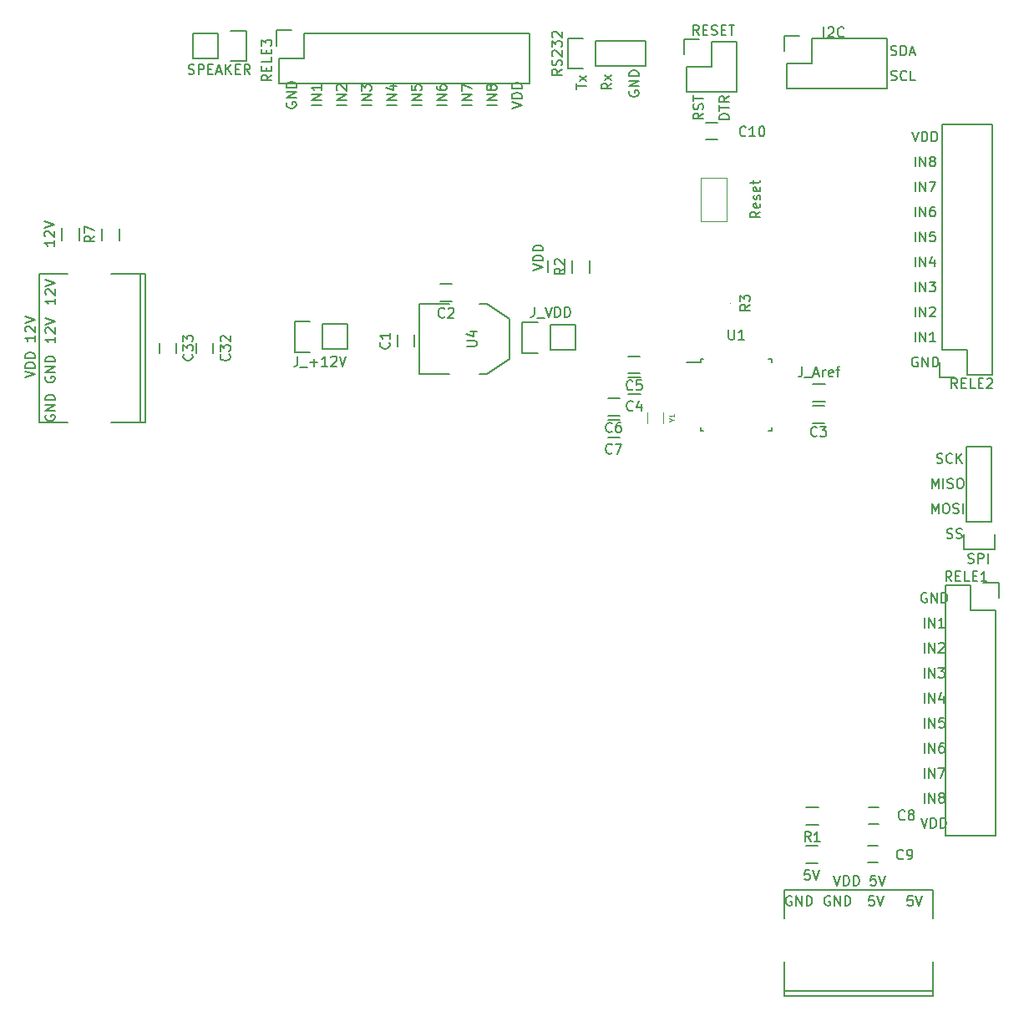
<source format=gbr>
G04 #@! TF.FileFunction,Legend,Top*
%FSLAX46Y46*%
G04 Gerber Fmt 4.6, Leading zero omitted, Abs format (unit mm)*
G04 Created by KiCad (PCBNEW 4.0.6) date 10/03/17 06:58:34*
%MOMM*%
%LPD*%
G01*
G04 APERTURE LIST*
%ADD10C,0.100000*%
%ADD11C,0.150000*%
%ADD12C,0.120000*%
G04 APERTURE END LIST*
D10*
D11*
X122806000Y-50704000D02*
X119758000Y-50704000D01*
X119758000Y-50704000D02*
X119758000Y-57816000D01*
X119758000Y-57816000D02*
X122806000Y-57816000D01*
X125854000Y-50704000D02*
X126616000Y-50704000D01*
X126616000Y-50704000D02*
X128902000Y-52228000D01*
X128902000Y-52228000D02*
X128902000Y-56292000D01*
X128902000Y-56292000D02*
X126616000Y-57816000D01*
X126616000Y-57816000D02*
X125854000Y-57816000D01*
X98850000Y-55690000D02*
X98850000Y-54690000D01*
X97150000Y-54690000D02*
X97150000Y-55690000D01*
X95070000Y-55670000D02*
X95070000Y-54670000D01*
X93370000Y-54670000D02*
X93370000Y-55670000D01*
X83505000Y-44240000D02*
X83505000Y-43040000D01*
X85255000Y-43040000D02*
X85255000Y-44240000D01*
X89325000Y-43050000D02*
X89325000Y-44250000D01*
X87575000Y-44250000D02*
X87575000Y-43050000D01*
X148215000Y-56295000D02*
X148215000Y-56620000D01*
X155465000Y-56295000D02*
X155465000Y-56620000D01*
X155465000Y-63545000D02*
X155465000Y-63220000D01*
X148215000Y-63545000D02*
X148215000Y-63220000D01*
X148215000Y-56295000D02*
X148540000Y-56295000D01*
X148215000Y-63545000D02*
X148540000Y-63545000D01*
X155465000Y-63545000D02*
X155140000Y-63545000D01*
X155465000Y-56295000D02*
X155140000Y-56295000D01*
X148215000Y-56620000D02*
X146790000Y-56620000D01*
X119255000Y-53860000D02*
X119255000Y-55060000D01*
X117505000Y-55060000D02*
X117505000Y-53860000D01*
X121850000Y-48685000D02*
X123050000Y-48685000D01*
X123050000Y-50435000D02*
X121850000Y-50435000D01*
X160090000Y-107445000D02*
X158890000Y-107445000D01*
X158890000Y-105695000D02*
X160090000Y-105695000D01*
X158960000Y-101805000D02*
X160160000Y-101805000D01*
X160160000Y-103555000D02*
X158960000Y-103555000D01*
X160810000Y-62815000D02*
X159610000Y-62815000D01*
X159610000Y-61065000D02*
X160810000Y-61065000D01*
X140930000Y-58135000D02*
X142130000Y-58135000D01*
X142130000Y-59885000D02*
X140930000Y-59885000D01*
X140910000Y-56025000D02*
X142110000Y-56025000D01*
X142110000Y-57775000D02*
X140910000Y-57775000D01*
X107100000Y-55580000D02*
X108650000Y-55580000D01*
X112460000Y-55300000D02*
X109920000Y-55300000D01*
X109920000Y-55300000D02*
X109920000Y-52760000D01*
X108650000Y-52480000D02*
X107100000Y-52480000D01*
X107100000Y-52480000D02*
X107100000Y-55580000D01*
X109920000Y-52760000D02*
X112460000Y-52760000D01*
X112460000Y-52760000D02*
X112460000Y-55300000D01*
X130180000Y-55680000D02*
X131730000Y-55680000D01*
X135540000Y-55400000D02*
X133000000Y-55400000D01*
X133000000Y-55400000D02*
X133000000Y-52860000D01*
X131730000Y-52580000D02*
X130180000Y-52580000D01*
X130180000Y-52580000D02*
X130180000Y-55680000D01*
X133000000Y-52860000D02*
X135540000Y-52860000D01*
X135540000Y-52860000D02*
X135540000Y-55400000D01*
X138820000Y-60305000D02*
X140020000Y-60305000D01*
X140020000Y-62055000D02*
X138820000Y-62055000D01*
X138820000Y-62485000D02*
X140020000Y-62485000D01*
X140020000Y-64235000D02*
X138820000Y-64235000D01*
X132735000Y-47510000D02*
X132735000Y-46310000D01*
X134485000Y-46310000D02*
X134485000Y-47510000D01*
X136955000Y-46350000D02*
X136955000Y-47550000D01*
X135205000Y-47550000D02*
X135205000Y-46350000D01*
X177800000Y-32510000D02*
X177800000Y-57910000D01*
X172720000Y-55370000D02*
X172720000Y-32510000D01*
X177800000Y-32510000D02*
X172720000Y-32510000D01*
X177800000Y-57910000D02*
X175260000Y-57910000D01*
X172440000Y-56640000D02*
X172440000Y-58190000D01*
X175260000Y-57910000D02*
X175260000Y-55370000D01*
X175260000Y-55370000D02*
X172720000Y-55370000D01*
X172440000Y-58190000D02*
X173990000Y-58190000D01*
X173100000Y-104670000D02*
X173100000Y-79270000D01*
X178180000Y-81810000D02*
X178180000Y-104670000D01*
X173100000Y-104670000D02*
X178180000Y-104670000D01*
X173100000Y-79270000D02*
X175640000Y-79270000D01*
X178460000Y-80540000D02*
X178460000Y-78990000D01*
X175640000Y-79270000D02*
X175640000Y-81810000D01*
X175640000Y-81810000D02*
X178180000Y-81810000D01*
X178460000Y-78990000D02*
X176910000Y-78990000D01*
X130920000Y-28340000D02*
X105520000Y-28340000D01*
X108060000Y-23260000D02*
X130920000Y-23260000D01*
X130920000Y-28340000D02*
X130920000Y-23260000D01*
X105520000Y-28340000D02*
X105520000Y-25800000D01*
X106790000Y-22980000D02*
X105240000Y-22980000D01*
X105520000Y-25800000D02*
X108060000Y-25800000D01*
X108060000Y-25800000D02*
X108060000Y-23260000D01*
X105240000Y-22980000D02*
X105240000Y-24530000D01*
X175200000Y-72780000D02*
X175200000Y-65160000D01*
X177740000Y-72780000D02*
X177740000Y-65160000D01*
X178020000Y-75600000D02*
X178020000Y-74050000D01*
X175200000Y-65160000D02*
X177740000Y-65160000D01*
X177740000Y-72780000D02*
X175200000Y-72780000D01*
X174920000Y-74050000D02*
X174920000Y-75600000D01*
X174920000Y-75600000D02*
X178020000Y-75600000D01*
X159510000Y-23800000D02*
X167130000Y-23800000D01*
X167130000Y-23800000D02*
X167130000Y-28880000D01*
X167130000Y-28880000D02*
X156970000Y-28880000D01*
X156970000Y-28880000D02*
X156970000Y-26340000D01*
X158240000Y-23520000D02*
X156690000Y-23520000D01*
X156970000Y-26340000D02*
X159510000Y-26340000D01*
X159510000Y-26340000D02*
X159510000Y-23800000D01*
X156690000Y-23520000D02*
X156690000Y-25070000D01*
D12*
X144420000Y-61740000D02*
X144420000Y-62840000D01*
X142820000Y-61740000D02*
X142820000Y-62840000D01*
D10*
X151200000Y-50620000D02*
X151200000Y-50620000D01*
X151200000Y-50620000D02*
X151200000Y-50620000D01*
D12*
X150880000Y-42320000D02*
X150880000Y-37920000D01*
X150880000Y-42320000D02*
X148280000Y-42320000D01*
X148280000Y-37920000D02*
X150880000Y-37920000D01*
X148280000Y-42320000D02*
X148280000Y-37920000D01*
D11*
X91420320Y-62751260D02*
X91968960Y-62751260D01*
X91968960Y-62751260D02*
X91968960Y-47668740D01*
X91968960Y-47668740D02*
X91420320Y-47668740D01*
X84120360Y-47668740D02*
X81219680Y-47668740D01*
X81219680Y-47668740D02*
X81219680Y-58771080D01*
X88519640Y-62751260D02*
X91420320Y-62751260D01*
X91420320Y-62751260D02*
X91420320Y-47668740D01*
X91420320Y-47668740D02*
X88519640Y-47668740D01*
X81219680Y-58771080D02*
X81219680Y-61151060D01*
X81219680Y-61151060D02*
X81219680Y-62751260D01*
X81219680Y-62751260D02*
X84120360Y-62751260D01*
X156708740Y-120350320D02*
X156708740Y-120898960D01*
X156708740Y-120898960D02*
X171791260Y-120898960D01*
X171791260Y-120898960D02*
X171791260Y-120350320D01*
X171791260Y-113050360D02*
X171791260Y-110149680D01*
X171791260Y-110149680D02*
X160688920Y-110149680D01*
X156708740Y-117449640D02*
X156708740Y-120350320D01*
X156708740Y-120350320D02*
X171791260Y-120350320D01*
X171791260Y-120350320D02*
X171791260Y-117449640D01*
X160688920Y-110149680D02*
X158308940Y-110149680D01*
X158308940Y-110149680D02*
X156708740Y-110149680D01*
X156708740Y-110149680D02*
X156708740Y-113050360D01*
X137620000Y-26580000D02*
X142700000Y-26580000D01*
X142700000Y-26580000D02*
X142700000Y-24040000D01*
X142700000Y-24040000D02*
X137620000Y-24040000D01*
X134800000Y-23760000D02*
X136350000Y-23760000D01*
X137620000Y-24040000D02*
X137620000Y-26580000D01*
X136350000Y-26860000D02*
X134800000Y-26860000D01*
X134800000Y-26860000D02*
X134800000Y-23760000D01*
X102180000Y-22990000D02*
X100630000Y-22990000D01*
X96820000Y-23270000D02*
X99360000Y-23270000D01*
X99360000Y-23270000D02*
X99360000Y-25810000D01*
X100630000Y-26090000D02*
X102180000Y-26090000D01*
X102180000Y-26090000D02*
X102180000Y-22990000D01*
X99360000Y-25810000D02*
X96820000Y-25810000D01*
X96820000Y-25810000D02*
X96820000Y-23270000D01*
X165270000Y-103490000D02*
X166270000Y-103490000D01*
X166270000Y-101790000D02*
X165270000Y-101790000D01*
X165200000Y-107340000D02*
X166200000Y-107340000D01*
X166200000Y-105640000D02*
X165200000Y-105640000D01*
X148790000Y-32315000D02*
X149990000Y-32315000D01*
X149990000Y-34065000D02*
X148790000Y-34065000D01*
X146530000Y-23850000D02*
X146530000Y-25400000D01*
X148080000Y-23850000D02*
X146530000Y-23850000D01*
X148080000Y-23850000D02*
X146530000Y-23850000D01*
X149350000Y-24130000D02*
X149350000Y-26670000D01*
X149350000Y-26670000D02*
X146810000Y-26670000D01*
X146810000Y-26670000D02*
X146810000Y-29210000D01*
X146810000Y-29210000D02*
X151890000Y-29210000D01*
X151890000Y-29210000D02*
X151890000Y-24130000D01*
X151890000Y-24130000D02*
X149350000Y-24130000D01*
X159630000Y-58865000D02*
X160830000Y-58865000D01*
X160830000Y-60615000D02*
X159630000Y-60615000D01*
X124544381Y-55021905D02*
X125353905Y-55021905D01*
X125449143Y-54974286D01*
X125496762Y-54926667D01*
X125544381Y-54831429D01*
X125544381Y-54640952D01*
X125496762Y-54545714D01*
X125449143Y-54498095D01*
X125353905Y-54450476D01*
X124544381Y-54450476D01*
X124877714Y-53545714D02*
X125544381Y-53545714D01*
X124496762Y-53783810D02*
X125211048Y-54021905D01*
X125211048Y-53402857D01*
X100457143Y-55832857D02*
X100504762Y-55880476D01*
X100552381Y-56023333D01*
X100552381Y-56118571D01*
X100504762Y-56261429D01*
X100409524Y-56356667D01*
X100314286Y-56404286D01*
X100123810Y-56451905D01*
X99980952Y-56451905D01*
X99790476Y-56404286D01*
X99695238Y-56356667D01*
X99600000Y-56261429D01*
X99552381Y-56118571D01*
X99552381Y-56023333D01*
X99600000Y-55880476D01*
X99647619Y-55832857D01*
X99552381Y-55499524D02*
X99552381Y-54880476D01*
X99933333Y-55213810D01*
X99933333Y-55070952D01*
X99980952Y-54975714D01*
X100028571Y-54928095D01*
X100123810Y-54880476D01*
X100361905Y-54880476D01*
X100457143Y-54928095D01*
X100504762Y-54975714D01*
X100552381Y-55070952D01*
X100552381Y-55356667D01*
X100504762Y-55451905D01*
X100457143Y-55499524D01*
X99647619Y-54499524D02*
X99600000Y-54451905D01*
X99552381Y-54356667D01*
X99552381Y-54118571D01*
X99600000Y-54023333D01*
X99647619Y-53975714D01*
X99742857Y-53928095D01*
X99838095Y-53928095D01*
X99980952Y-53975714D01*
X100552381Y-54547143D01*
X100552381Y-53928095D01*
X96677143Y-55812857D02*
X96724762Y-55860476D01*
X96772381Y-56003333D01*
X96772381Y-56098571D01*
X96724762Y-56241429D01*
X96629524Y-56336667D01*
X96534286Y-56384286D01*
X96343810Y-56431905D01*
X96200952Y-56431905D01*
X96010476Y-56384286D01*
X95915238Y-56336667D01*
X95820000Y-56241429D01*
X95772381Y-56098571D01*
X95772381Y-56003333D01*
X95820000Y-55860476D01*
X95867619Y-55812857D01*
X95772381Y-55479524D02*
X95772381Y-54860476D01*
X96153333Y-55193810D01*
X96153333Y-55050952D01*
X96200952Y-54955714D01*
X96248571Y-54908095D01*
X96343810Y-54860476D01*
X96581905Y-54860476D01*
X96677143Y-54908095D01*
X96724762Y-54955714D01*
X96772381Y-55050952D01*
X96772381Y-55336667D01*
X96724762Y-55431905D01*
X96677143Y-55479524D01*
X95772381Y-54527143D02*
X95772381Y-53908095D01*
X96153333Y-54241429D01*
X96153333Y-54098571D01*
X96200952Y-54003333D01*
X96248571Y-53955714D01*
X96343810Y-53908095D01*
X96581905Y-53908095D01*
X96677143Y-53955714D01*
X96724762Y-54003333D01*
X96772381Y-54098571D01*
X96772381Y-54384286D01*
X96724762Y-54479524D01*
X96677143Y-54527143D01*
X82732381Y-44259047D02*
X82732381Y-44830476D01*
X82732381Y-44544762D02*
X81732381Y-44544762D01*
X81875238Y-44640000D01*
X81970476Y-44735238D01*
X82018095Y-44830476D01*
X81827619Y-43878095D02*
X81780000Y-43830476D01*
X81732381Y-43735238D01*
X81732381Y-43497142D01*
X81780000Y-43401904D01*
X81827619Y-43354285D01*
X81922857Y-43306666D01*
X82018095Y-43306666D01*
X82160952Y-43354285D01*
X82732381Y-43925714D01*
X82732381Y-43306666D01*
X81732381Y-43020952D02*
X82732381Y-42687619D01*
X81732381Y-42354285D01*
X86802381Y-43816666D02*
X86326190Y-44150000D01*
X86802381Y-44388095D02*
X85802381Y-44388095D01*
X85802381Y-44007142D01*
X85850000Y-43911904D01*
X85897619Y-43864285D01*
X85992857Y-43816666D01*
X86135714Y-43816666D01*
X86230952Y-43864285D01*
X86278571Y-43911904D01*
X86326190Y-44007142D01*
X86326190Y-44388095D01*
X85802381Y-43483333D02*
X85802381Y-42816666D01*
X86802381Y-43245238D01*
X151078095Y-53322381D02*
X151078095Y-54131905D01*
X151125714Y-54227143D01*
X151173333Y-54274762D01*
X151268571Y-54322381D01*
X151459048Y-54322381D01*
X151554286Y-54274762D01*
X151601905Y-54227143D01*
X151649524Y-54131905D01*
X151649524Y-53322381D01*
X152649524Y-54322381D02*
X152078095Y-54322381D01*
X152363809Y-54322381D02*
X152363809Y-53322381D01*
X152268571Y-53465238D01*
X152173333Y-53560476D01*
X152078095Y-53608095D01*
X116637143Y-54626666D02*
X116684762Y-54674285D01*
X116732381Y-54817142D01*
X116732381Y-54912380D01*
X116684762Y-55055238D01*
X116589524Y-55150476D01*
X116494286Y-55198095D01*
X116303810Y-55245714D01*
X116160952Y-55245714D01*
X115970476Y-55198095D01*
X115875238Y-55150476D01*
X115780000Y-55055238D01*
X115732381Y-54912380D01*
X115732381Y-54817142D01*
X115780000Y-54674285D01*
X115827619Y-54626666D01*
X116732381Y-53674285D02*
X116732381Y-54245714D01*
X116732381Y-53960000D02*
X115732381Y-53960000D01*
X115875238Y-54055238D01*
X115970476Y-54150476D01*
X116018095Y-54245714D01*
X122283334Y-52017143D02*
X122235715Y-52064762D01*
X122092858Y-52112381D01*
X121997620Y-52112381D01*
X121854762Y-52064762D01*
X121759524Y-51969524D01*
X121711905Y-51874286D01*
X121664286Y-51683810D01*
X121664286Y-51540952D01*
X121711905Y-51350476D01*
X121759524Y-51255238D01*
X121854762Y-51160000D01*
X121997620Y-51112381D01*
X122092858Y-51112381D01*
X122235715Y-51160000D01*
X122283334Y-51207619D01*
X122664286Y-51207619D02*
X122711905Y-51160000D01*
X122807143Y-51112381D01*
X123045239Y-51112381D01*
X123140477Y-51160000D01*
X123188096Y-51207619D01*
X123235715Y-51302857D01*
X123235715Y-51398095D01*
X123188096Y-51540952D01*
X122616667Y-52112381D01*
X123235715Y-52112381D01*
X159299524Y-108122381D02*
X158823333Y-108122381D01*
X158775714Y-108598571D01*
X158823333Y-108550952D01*
X158918571Y-108503333D01*
X159156667Y-108503333D01*
X159251905Y-108550952D01*
X159299524Y-108598571D01*
X159347143Y-108693810D01*
X159347143Y-108931905D01*
X159299524Y-109027143D01*
X159251905Y-109074762D01*
X159156667Y-109122381D01*
X158918571Y-109122381D01*
X158823333Y-109074762D01*
X158775714Y-109027143D01*
X159632857Y-108122381D02*
X159966190Y-109122381D01*
X160299524Y-108122381D01*
X159393334Y-105232381D02*
X159060000Y-104756190D01*
X158821905Y-105232381D02*
X158821905Y-104232381D01*
X159202858Y-104232381D01*
X159298096Y-104280000D01*
X159345715Y-104327619D01*
X159393334Y-104422857D01*
X159393334Y-104565714D01*
X159345715Y-104660952D01*
X159298096Y-104708571D01*
X159202858Y-104756190D01*
X158821905Y-104756190D01*
X160345715Y-105232381D02*
X159774286Y-105232381D01*
X160060000Y-105232381D02*
X160060000Y-104232381D01*
X159964762Y-104375238D01*
X159869524Y-104470476D01*
X159774286Y-104518095D01*
X160013334Y-64057143D02*
X159965715Y-64104762D01*
X159822858Y-64152381D01*
X159727620Y-64152381D01*
X159584762Y-64104762D01*
X159489524Y-64009524D01*
X159441905Y-63914286D01*
X159394286Y-63723810D01*
X159394286Y-63580952D01*
X159441905Y-63390476D01*
X159489524Y-63295238D01*
X159584762Y-63200000D01*
X159727620Y-63152381D01*
X159822858Y-63152381D01*
X159965715Y-63200000D01*
X160013334Y-63247619D01*
X160346667Y-63152381D02*
X160965715Y-63152381D01*
X160632381Y-63533333D01*
X160775239Y-63533333D01*
X160870477Y-63580952D01*
X160918096Y-63628571D01*
X160965715Y-63723810D01*
X160965715Y-63961905D01*
X160918096Y-64057143D01*
X160870477Y-64104762D01*
X160775239Y-64152381D01*
X160489524Y-64152381D01*
X160394286Y-64104762D01*
X160346667Y-64057143D01*
X141363334Y-61467143D02*
X141315715Y-61514762D01*
X141172858Y-61562381D01*
X141077620Y-61562381D01*
X140934762Y-61514762D01*
X140839524Y-61419524D01*
X140791905Y-61324286D01*
X140744286Y-61133810D01*
X140744286Y-60990952D01*
X140791905Y-60800476D01*
X140839524Y-60705238D01*
X140934762Y-60610000D01*
X141077620Y-60562381D01*
X141172858Y-60562381D01*
X141315715Y-60610000D01*
X141363334Y-60657619D01*
X142220477Y-60895714D02*
X142220477Y-61562381D01*
X141982381Y-60514762D02*
X141744286Y-61229048D01*
X142363334Y-61229048D01*
X141343334Y-59357143D02*
X141295715Y-59404762D01*
X141152858Y-59452381D01*
X141057620Y-59452381D01*
X140914762Y-59404762D01*
X140819524Y-59309524D01*
X140771905Y-59214286D01*
X140724286Y-59023810D01*
X140724286Y-58880952D01*
X140771905Y-58690476D01*
X140819524Y-58595238D01*
X140914762Y-58500000D01*
X141057620Y-58452381D01*
X141152858Y-58452381D01*
X141295715Y-58500000D01*
X141343334Y-58547619D01*
X142248096Y-58452381D02*
X141771905Y-58452381D01*
X141724286Y-58928571D01*
X141771905Y-58880952D01*
X141867143Y-58833333D01*
X142105239Y-58833333D01*
X142200477Y-58880952D01*
X142248096Y-58928571D01*
X142295715Y-59023810D01*
X142295715Y-59261905D01*
X142248096Y-59357143D01*
X142200477Y-59404762D01*
X142105239Y-59452381D01*
X141867143Y-59452381D01*
X141771905Y-59404762D01*
X141724286Y-59357143D01*
X107401905Y-56032381D02*
X107401905Y-56746667D01*
X107354285Y-56889524D01*
X107259047Y-56984762D01*
X107116190Y-57032381D01*
X107020952Y-57032381D01*
X107640000Y-57127619D02*
X108401905Y-57127619D01*
X108640000Y-56651429D02*
X109401905Y-56651429D01*
X109020953Y-57032381D02*
X109020953Y-56270476D01*
X110401905Y-57032381D02*
X109830476Y-57032381D01*
X110116190Y-57032381D02*
X110116190Y-56032381D01*
X110020952Y-56175238D01*
X109925714Y-56270476D01*
X109830476Y-56318095D01*
X110782857Y-56127619D02*
X110830476Y-56080000D01*
X110925714Y-56032381D01*
X111163810Y-56032381D01*
X111259048Y-56080000D01*
X111306667Y-56127619D01*
X111354286Y-56222857D01*
X111354286Y-56318095D01*
X111306667Y-56460952D01*
X110735238Y-57032381D01*
X111354286Y-57032381D01*
X111640000Y-56032381D02*
X111973333Y-57032381D01*
X112306667Y-56032381D01*
X131383334Y-51042381D02*
X131383334Y-51756667D01*
X131335714Y-51899524D01*
X131240476Y-51994762D01*
X131097619Y-52042381D01*
X131002381Y-52042381D01*
X131621429Y-52137619D02*
X132383334Y-52137619D01*
X132478572Y-51042381D02*
X132811905Y-52042381D01*
X133145239Y-51042381D01*
X133478572Y-52042381D02*
X133478572Y-51042381D01*
X133716667Y-51042381D01*
X133859525Y-51090000D01*
X133954763Y-51185238D01*
X134002382Y-51280476D01*
X134050001Y-51470952D01*
X134050001Y-51613810D01*
X134002382Y-51804286D01*
X133954763Y-51899524D01*
X133859525Y-51994762D01*
X133716667Y-52042381D01*
X133478572Y-52042381D01*
X134478572Y-52042381D02*
X134478572Y-51042381D01*
X134716667Y-51042381D01*
X134859525Y-51090000D01*
X134954763Y-51185238D01*
X135002382Y-51280476D01*
X135050001Y-51470952D01*
X135050001Y-51613810D01*
X135002382Y-51804286D01*
X134954763Y-51899524D01*
X134859525Y-51994762D01*
X134716667Y-52042381D01*
X134478572Y-52042381D01*
X139253334Y-63637143D02*
X139205715Y-63684762D01*
X139062858Y-63732381D01*
X138967620Y-63732381D01*
X138824762Y-63684762D01*
X138729524Y-63589524D01*
X138681905Y-63494286D01*
X138634286Y-63303810D01*
X138634286Y-63160952D01*
X138681905Y-62970476D01*
X138729524Y-62875238D01*
X138824762Y-62780000D01*
X138967620Y-62732381D01*
X139062858Y-62732381D01*
X139205715Y-62780000D01*
X139253334Y-62827619D01*
X140110477Y-62732381D02*
X139920000Y-62732381D01*
X139824762Y-62780000D01*
X139777143Y-62827619D01*
X139681905Y-62970476D01*
X139634286Y-63160952D01*
X139634286Y-63541905D01*
X139681905Y-63637143D01*
X139729524Y-63684762D01*
X139824762Y-63732381D01*
X140015239Y-63732381D01*
X140110477Y-63684762D01*
X140158096Y-63637143D01*
X140205715Y-63541905D01*
X140205715Y-63303810D01*
X140158096Y-63208571D01*
X140110477Y-63160952D01*
X140015239Y-63113333D01*
X139824762Y-63113333D01*
X139729524Y-63160952D01*
X139681905Y-63208571D01*
X139634286Y-63303810D01*
X139253334Y-65817143D02*
X139205715Y-65864762D01*
X139062858Y-65912381D01*
X138967620Y-65912381D01*
X138824762Y-65864762D01*
X138729524Y-65769524D01*
X138681905Y-65674286D01*
X138634286Y-65483810D01*
X138634286Y-65340952D01*
X138681905Y-65150476D01*
X138729524Y-65055238D01*
X138824762Y-64960000D01*
X138967620Y-64912381D01*
X139062858Y-64912381D01*
X139205715Y-64960000D01*
X139253334Y-65007619D01*
X139586667Y-64912381D02*
X140253334Y-64912381D01*
X139824762Y-65912381D01*
X131262381Y-47333333D02*
X132262381Y-47000000D01*
X131262381Y-46666666D01*
X132262381Y-46333333D02*
X131262381Y-46333333D01*
X131262381Y-46095238D01*
X131310000Y-45952380D01*
X131405238Y-45857142D01*
X131500476Y-45809523D01*
X131690952Y-45761904D01*
X131833810Y-45761904D01*
X132024286Y-45809523D01*
X132119524Y-45857142D01*
X132214762Y-45952380D01*
X132262381Y-46095238D01*
X132262381Y-46333333D01*
X132262381Y-45333333D02*
X131262381Y-45333333D01*
X131262381Y-45095238D01*
X131310000Y-44952380D01*
X131405238Y-44857142D01*
X131500476Y-44809523D01*
X131690952Y-44761904D01*
X131833810Y-44761904D01*
X132024286Y-44809523D01*
X132119524Y-44857142D01*
X132214762Y-44952380D01*
X132262381Y-45095238D01*
X132262381Y-45333333D01*
X134432381Y-47116666D02*
X133956190Y-47450000D01*
X134432381Y-47688095D02*
X133432381Y-47688095D01*
X133432381Y-47307142D01*
X133480000Y-47211904D01*
X133527619Y-47164285D01*
X133622857Y-47116666D01*
X133765714Y-47116666D01*
X133860952Y-47164285D01*
X133908571Y-47211904D01*
X133956190Y-47307142D01*
X133956190Y-47688095D01*
X133527619Y-46735714D02*
X133480000Y-46688095D01*
X133432381Y-46592857D01*
X133432381Y-46354761D01*
X133480000Y-46259523D01*
X133527619Y-46211904D01*
X133622857Y-46164285D01*
X133718095Y-46164285D01*
X133860952Y-46211904D01*
X134432381Y-46783333D01*
X134432381Y-46164285D01*
X174266410Y-59251381D02*
X173933076Y-58775190D01*
X173694981Y-59251381D02*
X173694981Y-58251381D01*
X174075934Y-58251381D01*
X174171172Y-58299000D01*
X174218791Y-58346619D01*
X174266410Y-58441857D01*
X174266410Y-58584714D01*
X174218791Y-58679952D01*
X174171172Y-58727571D01*
X174075934Y-58775190D01*
X173694981Y-58775190D01*
X174694981Y-58727571D02*
X175028315Y-58727571D01*
X175171172Y-59251381D02*
X174694981Y-59251381D01*
X174694981Y-58251381D01*
X175171172Y-58251381D01*
X176075934Y-59251381D02*
X175599743Y-59251381D01*
X175599743Y-58251381D01*
X176409267Y-58727571D02*
X176742601Y-58727571D01*
X176885458Y-59251381D02*
X176409267Y-59251381D01*
X176409267Y-58251381D01*
X176885458Y-58251381D01*
X177266410Y-58346619D02*
X177314029Y-58299000D01*
X177409267Y-58251381D01*
X177647363Y-58251381D01*
X177742601Y-58299000D01*
X177790220Y-58346619D01*
X177837839Y-58441857D01*
X177837839Y-58537095D01*
X177790220Y-58679952D01*
X177218791Y-59251381D01*
X177837839Y-59251381D01*
X169990000Y-54552381D02*
X169990000Y-53552381D01*
X170466190Y-54552381D02*
X170466190Y-53552381D01*
X171037619Y-54552381D01*
X171037619Y-53552381D01*
X172037619Y-54552381D02*
X171466190Y-54552381D01*
X171751904Y-54552381D02*
X171751904Y-53552381D01*
X171656666Y-53695238D01*
X171561428Y-53790476D01*
X171466190Y-53838095D01*
X170228096Y-56140000D02*
X170132858Y-56092381D01*
X169990001Y-56092381D01*
X169847143Y-56140000D01*
X169751905Y-56235238D01*
X169704286Y-56330476D01*
X169656667Y-56520952D01*
X169656667Y-56663810D01*
X169704286Y-56854286D01*
X169751905Y-56949524D01*
X169847143Y-57044762D01*
X169990001Y-57092381D01*
X170085239Y-57092381D01*
X170228096Y-57044762D01*
X170275715Y-56997143D01*
X170275715Y-56663810D01*
X170085239Y-56663810D01*
X170704286Y-57092381D02*
X170704286Y-56092381D01*
X171275715Y-57092381D01*
X171275715Y-56092381D01*
X171751905Y-57092381D02*
X171751905Y-56092381D01*
X171990000Y-56092381D01*
X172132858Y-56140000D01*
X172228096Y-56235238D01*
X172275715Y-56330476D01*
X172323334Y-56520952D01*
X172323334Y-56663810D01*
X172275715Y-56854286D01*
X172228096Y-56949524D01*
X172132858Y-57044762D01*
X171990000Y-57092381D01*
X171751905Y-57092381D01*
X169990000Y-52012381D02*
X169990000Y-51012381D01*
X170466190Y-52012381D02*
X170466190Y-51012381D01*
X171037619Y-52012381D01*
X171037619Y-51012381D01*
X171466190Y-51107619D02*
X171513809Y-51060000D01*
X171609047Y-51012381D01*
X171847143Y-51012381D01*
X171942381Y-51060000D01*
X171990000Y-51107619D01*
X172037619Y-51202857D01*
X172037619Y-51298095D01*
X171990000Y-51440952D01*
X171418571Y-52012381D01*
X172037619Y-52012381D01*
X169990000Y-49472381D02*
X169990000Y-48472381D01*
X170466190Y-49472381D02*
X170466190Y-48472381D01*
X171037619Y-49472381D01*
X171037619Y-48472381D01*
X171418571Y-48472381D02*
X172037619Y-48472381D01*
X171704285Y-48853333D01*
X171847143Y-48853333D01*
X171942381Y-48900952D01*
X171990000Y-48948571D01*
X172037619Y-49043810D01*
X172037619Y-49281905D01*
X171990000Y-49377143D01*
X171942381Y-49424762D01*
X171847143Y-49472381D01*
X171561428Y-49472381D01*
X171466190Y-49424762D01*
X171418571Y-49377143D01*
X169990000Y-46932381D02*
X169990000Y-45932381D01*
X170466190Y-46932381D02*
X170466190Y-45932381D01*
X171037619Y-46932381D01*
X171037619Y-45932381D01*
X171942381Y-46265714D02*
X171942381Y-46932381D01*
X171704285Y-45884762D02*
X171466190Y-46599048D01*
X172085238Y-46599048D01*
X169990000Y-44392381D02*
X169990000Y-43392381D01*
X170466190Y-44392381D02*
X170466190Y-43392381D01*
X171037619Y-44392381D01*
X171037619Y-43392381D01*
X171990000Y-43392381D02*
X171513809Y-43392381D01*
X171466190Y-43868571D01*
X171513809Y-43820952D01*
X171609047Y-43773333D01*
X171847143Y-43773333D01*
X171942381Y-43820952D01*
X171990000Y-43868571D01*
X172037619Y-43963810D01*
X172037619Y-44201905D01*
X171990000Y-44297143D01*
X171942381Y-44344762D01*
X171847143Y-44392381D01*
X171609047Y-44392381D01*
X171513809Y-44344762D01*
X171466190Y-44297143D01*
X169990000Y-41852381D02*
X169990000Y-40852381D01*
X170466190Y-41852381D02*
X170466190Y-40852381D01*
X171037619Y-41852381D01*
X171037619Y-40852381D01*
X171942381Y-40852381D02*
X171751904Y-40852381D01*
X171656666Y-40900000D01*
X171609047Y-40947619D01*
X171513809Y-41090476D01*
X171466190Y-41280952D01*
X171466190Y-41661905D01*
X171513809Y-41757143D01*
X171561428Y-41804762D01*
X171656666Y-41852381D01*
X171847143Y-41852381D01*
X171942381Y-41804762D01*
X171990000Y-41757143D01*
X172037619Y-41661905D01*
X172037619Y-41423810D01*
X171990000Y-41328571D01*
X171942381Y-41280952D01*
X171847143Y-41233333D01*
X171656666Y-41233333D01*
X171561428Y-41280952D01*
X171513809Y-41328571D01*
X171466190Y-41423810D01*
X169990000Y-39312381D02*
X169990000Y-38312381D01*
X170466190Y-39312381D02*
X170466190Y-38312381D01*
X171037619Y-39312381D01*
X171037619Y-38312381D01*
X171418571Y-38312381D02*
X172085238Y-38312381D01*
X171656666Y-39312381D01*
X169990000Y-36772381D02*
X169990000Y-35772381D01*
X170466190Y-36772381D02*
X170466190Y-35772381D01*
X171037619Y-36772381D01*
X171037619Y-35772381D01*
X171656666Y-36200952D02*
X171561428Y-36153333D01*
X171513809Y-36105714D01*
X171466190Y-36010476D01*
X171466190Y-35962857D01*
X171513809Y-35867619D01*
X171561428Y-35820000D01*
X171656666Y-35772381D01*
X171847143Y-35772381D01*
X171942381Y-35820000D01*
X171990000Y-35867619D01*
X172037619Y-35962857D01*
X172037619Y-36010476D01*
X171990000Y-36105714D01*
X171942381Y-36153333D01*
X171847143Y-36200952D01*
X171656666Y-36200952D01*
X171561428Y-36248571D01*
X171513809Y-36296190D01*
X171466190Y-36391429D01*
X171466190Y-36581905D01*
X171513809Y-36677143D01*
X171561428Y-36724762D01*
X171656666Y-36772381D01*
X171847143Y-36772381D01*
X171942381Y-36724762D01*
X171990000Y-36677143D01*
X172037619Y-36581905D01*
X172037619Y-36391429D01*
X171990000Y-36296190D01*
X171942381Y-36248571D01*
X171847143Y-36200952D01*
X169656667Y-33232381D02*
X169990000Y-34232381D01*
X170323334Y-33232381D01*
X170656667Y-34232381D02*
X170656667Y-33232381D01*
X170894762Y-33232381D01*
X171037620Y-33280000D01*
X171132858Y-33375238D01*
X171180477Y-33470476D01*
X171228096Y-33660952D01*
X171228096Y-33803810D01*
X171180477Y-33994286D01*
X171132858Y-34089524D01*
X171037620Y-34184762D01*
X170894762Y-34232381D01*
X170656667Y-34232381D01*
X171656667Y-34232381D02*
X171656667Y-33232381D01*
X171894762Y-33232381D01*
X172037620Y-33280000D01*
X172132858Y-33375238D01*
X172180477Y-33470476D01*
X172228096Y-33660952D01*
X172228096Y-33803810D01*
X172180477Y-33994286D01*
X172132858Y-34089524D01*
X172037620Y-34184762D01*
X171894762Y-34232381D01*
X171656667Y-34232381D01*
X173681210Y-78833381D02*
X173347876Y-78357190D01*
X173109781Y-78833381D02*
X173109781Y-77833381D01*
X173490734Y-77833381D01*
X173585972Y-77881000D01*
X173633591Y-77928619D01*
X173681210Y-78023857D01*
X173681210Y-78166714D01*
X173633591Y-78261952D01*
X173585972Y-78309571D01*
X173490734Y-78357190D01*
X173109781Y-78357190D01*
X174109781Y-78309571D02*
X174443115Y-78309571D01*
X174585972Y-78833381D02*
X174109781Y-78833381D01*
X174109781Y-77833381D01*
X174585972Y-77833381D01*
X175490734Y-78833381D02*
X175014543Y-78833381D01*
X175014543Y-77833381D01*
X175824067Y-78309571D02*
X176157401Y-78309571D01*
X176300258Y-78833381D02*
X175824067Y-78833381D01*
X175824067Y-77833381D01*
X176300258Y-77833381D01*
X177252639Y-78833381D02*
X176681210Y-78833381D01*
X176966924Y-78833381D02*
X176966924Y-77833381D01*
X176871686Y-77976238D01*
X176776448Y-78071476D01*
X176681210Y-78119095D01*
X170910000Y-83532381D02*
X170910000Y-82532381D01*
X171386190Y-83532381D02*
X171386190Y-82532381D01*
X171957619Y-83532381D01*
X171957619Y-82532381D01*
X172957619Y-83532381D02*
X172386190Y-83532381D01*
X172671904Y-83532381D02*
X172671904Y-82532381D01*
X172576666Y-82675238D01*
X172481428Y-82770476D01*
X172386190Y-82818095D01*
X171148096Y-80040000D02*
X171052858Y-79992381D01*
X170910001Y-79992381D01*
X170767143Y-80040000D01*
X170671905Y-80135238D01*
X170624286Y-80230476D01*
X170576667Y-80420952D01*
X170576667Y-80563810D01*
X170624286Y-80754286D01*
X170671905Y-80849524D01*
X170767143Y-80944762D01*
X170910001Y-80992381D01*
X171005239Y-80992381D01*
X171148096Y-80944762D01*
X171195715Y-80897143D01*
X171195715Y-80563810D01*
X171005239Y-80563810D01*
X171624286Y-80992381D02*
X171624286Y-79992381D01*
X172195715Y-80992381D01*
X172195715Y-79992381D01*
X172671905Y-80992381D02*
X172671905Y-79992381D01*
X172910000Y-79992381D01*
X173052858Y-80040000D01*
X173148096Y-80135238D01*
X173195715Y-80230476D01*
X173243334Y-80420952D01*
X173243334Y-80563810D01*
X173195715Y-80754286D01*
X173148096Y-80849524D01*
X173052858Y-80944762D01*
X172910000Y-80992381D01*
X172671905Y-80992381D01*
X170910000Y-86072381D02*
X170910000Y-85072381D01*
X171386190Y-86072381D02*
X171386190Y-85072381D01*
X171957619Y-86072381D01*
X171957619Y-85072381D01*
X172386190Y-85167619D02*
X172433809Y-85120000D01*
X172529047Y-85072381D01*
X172767143Y-85072381D01*
X172862381Y-85120000D01*
X172910000Y-85167619D01*
X172957619Y-85262857D01*
X172957619Y-85358095D01*
X172910000Y-85500952D01*
X172338571Y-86072381D01*
X172957619Y-86072381D01*
X170910000Y-88612381D02*
X170910000Y-87612381D01*
X171386190Y-88612381D02*
X171386190Y-87612381D01*
X171957619Y-88612381D01*
X171957619Y-87612381D01*
X172338571Y-87612381D02*
X172957619Y-87612381D01*
X172624285Y-87993333D01*
X172767143Y-87993333D01*
X172862381Y-88040952D01*
X172910000Y-88088571D01*
X172957619Y-88183810D01*
X172957619Y-88421905D01*
X172910000Y-88517143D01*
X172862381Y-88564762D01*
X172767143Y-88612381D01*
X172481428Y-88612381D01*
X172386190Y-88564762D01*
X172338571Y-88517143D01*
X170910000Y-91152381D02*
X170910000Y-90152381D01*
X171386190Y-91152381D02*
X171386190Y-90152381D01*
X171957619Y-91152381D01*
X171957619Y-90152381D01*
X172862381Y-90485714D02*
X172862381Y-91152381D01*
X172624285Y-90104762D02*
X172386190Y-90819048D01*
X173005238Y-90819048D01*
X170910000Y-93692381D02*
X170910000Y-92692381D01*
X171386190Y-93692381D02*
X171386190Y-92692381D01*
X171957619Y-93692381D01*
X171957619Y-92692381D01*
X172910000Y-92692381D02*
X172433809Y-92692381D01*
X172386190Y-93168571D01*
X172433809Y-93120952D01*
X172529047Y-93073333D01*
X172767143Y-93073333D01*
X172862381Y-93120952D01*
X172910000Y-93168571D01*
X172957619Y-93263810D01*
X172957619Y-93501905D01*
X172910000Y-93597143D01*
X172862381Y-93644762D01*
X172767143Y-93692381D01*
X172529047Y-93692381D01*
X172433809Y-93644762D01*
X172386190Y-93597143D01*
X170910000Y-96232381D02*
X170910000Y-95232381D01*
X171386190Y-96232381D02*
X171386190Y-95232381D01*
X171957619Y-96232381D01*
X171957619Y-95232381D01*
X172862381Y-95232381D02*
X172671904Y-95232381D01*
X172576666Y-95280000D01*
X172529047Y-95327619D01*
X172433809Y-95470476D01*
X172386190Y-95660952D01*
X172386190Y-96041905D01*
X172433809Y-96137143D01*
X172481428Y-96184762D01*
X172576666Y-96232381D01*
X172767143Y-96232381D01*
X172862381Y-96184762D01*
X172910000Y-96137143D01*
X172957619Y-96041905D01*
X172957619Y-95803810D01*
X172910000Y-95708571D01*
X172862381Y-95660952D01*
X172767143Y-95613333D01*
X172576666Y-95613333D01*
X172481428Y-95660952D01*
X172433809Y-95708571D01*
X172386190Y-95803810D01*
X170910000Y-98772381D02*
X170910000Y-97772381D01*
X171386190Y-98772381D02*
X171386190Y-97772381D01*
X171957619Y-98772381D01*
X171957619Y-97772381D01*
X172338571Y-97772381D02*
X173005238Y-97772381D01*
X172576666Y-98772381D01*
X170910000Y-101312381D02*
X170910000Y-100312381D01*
X171386190Y-101312381D02*
X171386190Y-100312381D01*
X171957619Y-101312381D01*
X171957619Y-100312381D01*
X172576666Y-100740952D02*
X172481428Y-100693333D01*
X172433809Y-100645714D01*
X172386190Y-100550476D01*
X172386190Y-100502857D01*
X172433809Y-100407619D01*
X172481428Y-100360000D01*
X172576666Y-100312381D01*
X172767143Y-100312381D01*
X172862381Y-100360000D01*
X172910000Y-100407619D01*
X172957619Y-100502857D01*
X172957619Y-100550476D01*
X172910000Y-100645714D01*
X172862381Y-100693333D01*
X172767143Y-100740952D01*
X172576666Y-100740952D01*
X172481428Y-100788571D01*
X172433809Y-100836190D01*
X172386190Y-100931429D01*
X172386190Y-101121905D01*
X172433809Y-101217143D01*
X172481428Y-101264762D01*
X172576666Y-101312381D01*
X172767143Y-101312381D01*
X172862381Y-101264762D01*
X172910000Y-101217143D01*
X172957619Y-101121905D01*
X172957619Y-100931429D01*
X172910000Y-100836190D01*
X172862381Y-100788571D01*
X172767143Y-100740952D01*
X170576667Y-102852381D02*
X170910000Y-103852381D01*
X171243334Y-102852381D01*
X171576667Y-103852381D02*
X171576667Y-102852381D01*
X171814762Y-102852381D01*
X171957620Y-102900000D01*
X172052858Y-102995238D01*
X172100477Y-103090476D01*
X172148096Y-103280952D01*
X172148096Y-103423810D01*
X172100477Y-103614286D01*
X172052858Y-103709524D01*
X171957620Y-103804762D01*
X171814762Y-103852381D01*
X171576667Y-103852381D01*
X172576667Y-103852381D02*
X172576667Y-102852381D01*
X172814762Y-102852381D01*
X172957620Y-102900000D01*
X173052858Y-102995238D01*
X173100477Y-103090476D01*
X173148096Y-103280952D01*
X173148096Y-103423810D01*
X173100477Y-103614286D01*
X173052858Y-103709524D01*
X172957620Y-103804762D01*
X172814762Y-103852381D01*
X172576667Y-103852381D01*
X104752381Y-27486190D02*
X104276190Y-27819524D01*
X104752381Y-28057619D02*
X103752381Y-28057619D01*
X103752381Y-27676666D01*
X103800000Y-27581428D01*
X103847619Y-27533809D01*
X103942857Y-27486190D01*
X104085714Y-27486190D01*
X104180952Y-27533809D01*
X104228571Y-27581428D01*
X104276190Y-27676666D01*
X104276190Y-28057619D01*
X104228571Y-27057619D02*
X104228571Y-26724285D01*
X104752381Y-26581428D02*
X104752381Y-27057619D01*
X103752381Y-27057619D01*
X103752381Y-26581428D01*
X104752381Y-25676666D02*
X104752381Y-26152857D01*
X103752381Y-26152857D01*
X104228571Y-25343333D02*
X104228571Y-25009999D01*
X104752381Y-24867142D02*
X104752381Y-25343333D01*
X103752381Y-25343333D01*
X103752381Y-24867142D01*
X103752381Y-24533809D02*
X103752381Y-23914761D01*
X104133333Y-24248095D01*
X104133333Y-24105237D01*
X104180952Y-24009999D01*
X104228571Y-23962380D01*
X104323810Y-23914761D01*
X104561905Y-23914761D01*
X104657143Y-23962380D01*
X104704762Y-24009999D01*
X104752381Y-24105237D01*
X104752381Y-24390952D01*
X104704762Y-24486190D01*
X104657143Y-24533809D01*
X109782381Y-30530000D02*
X108782381Y-30530000D01*
X109782381Y-30053810D02*
X108782381Y-30053810D01*
X109782381Y-29482381D01*
X108782381Y-29482381D01*
X109782381Y-28482381D02*
X109782381Y-29053810D01*
X109782381Y-28768096D02*
X108782381Y-28768096D01*
X108925238Y-28863334D01*
X109020476Y-28958572D01*
X109068095Y-29053810D01*
X106290000Y-30291904D02*
X106242381Y-30387142D01*
X106242381Y-30529999D01*
X106290000Y-30672857D01*
X106385238Y-30768095D01*
X106480476Y-30815714D01*
X106670952Y-30863333D01*
X106813810Y-30863333D01*
X107004286Y-30815714D01*
X107099524Y-30768095D01*
X107194762Y-30672857D01*
X107242381Y-30529999D01*
X107242381Y-30434761D01*
X107194762Y-30291904D01*
X107147143Y-30244285D01*
X106813810Y-30244285D01*
X106813810Y-30434761D01*
X107242381Y-29815714D02*
X106242381Y-29815714D01*
X107242381Y-29244285D01*
X106242381Y-29244285D01*
X107242381Y-28768095D02*
X106242381Y-28768095D01*
X106242381Y-28530000D01*
X106290000Y-28387142D01*
X106385238Y-28291904D01*
X106480476Y-28244285D01*
X106670952Y-28196666D01*
X106813810Y-28196666D01*
X107004286Y-28244285D01*
X107099524Y-28291904D01*
X107194762Y-28387142D01*
X107242381Y-28530000D01*
X107242381Y-28768095D01*
X112322381Y-30530000D02*
X111322381Y-30530000D01*
X112322381Y-30053810D02*
X111322381Y-30053810D01*
X112322381Y-29482381D01*
X111322381Y-29482381D01*
X111417619Y-29053810D02*
X111370000Y-29006191D01*
X111322381Y-28910953D01*
X111322381Y-28672857D01*
X111370000Y-28577619D01*
X111417619Y-28530000D01*
X111512857Y-28482381D01*
X111608095Y-28482381D01*
X111750952Y-28530000D01*
X112322381Y-29101429D01*
X112322381Y-28482381D01*
X114862381Y-30530000D02*
X113862381Y-30530000D01*
X114862381Y-30053810D02*
X113862381Y-30053810D01*
X114862381Y-29482381D01*
X113862381Y-29482381D01*
X113862381Y-29101429D02*
X113862381Y-28482381D01*
X114243333Y-28815715D01*
X114243333Y-28672857D01*
X114290952Y-28577619D01*
X114338571Y-28530000D01*
X114433810Y-28482381D01*
X114671905Y-28482381D01*
X114767143Y-28530000D01*
X114814762Y-28577619D01*
X114862381Y-28672857D01*
X114862381Y-28958572D01*
X114814762Y-29053810D01*
X114767143Y-29101429D01*
X117402381Y-30530000D02*
X116402381Y-30530000D01*
X117402381Y-30053810D02*
X116402381Y-30053810D01*
X117402381Y-29482381D01*
X116402381Y-29482381D01*
X116735714Y-28577619D02*
X117402381Y-28577619D01*
X116354762Y-28815715D02*
X117069048Y-29053810D01*
X117069048Y-28434762D01*
X119942381Y-30530000D02*
X118942381Y-30530000D01*
X119942381Y-30053810D02*
X118942381Y-30053810D01*
X119942381Y-29482381D01*
X118942381Y-29482381D01*
X118942381Y-28530000D02*
X118942381Y-29006191D01*
X119418571Y-29053810D01*
X119370952Y-29006191D01*
X119323333Y-28910953D01*
X119323333Y-28672857D01*
X119370952Y-28577619D01*
X119418571Y-28530000D01*
X119513810Y-28482381D01*
X119751905Y-28482381D01*
X119847143Y-28530000D01*
X119894762Y-28577619D01*
X119942381Y-28672857D01*
X119942381Y-28910953D01*
X119894762Y-29006191D01*
X119847143Y-29053810D01*
X122482381Y-30530000D02*
X121482381Y-30530000D01*
X122482381Y-30053810D02*
X121482381Y-30053810D01*
X122482381Y-29482381D01*
X121482381Y-29482381D01*
X121482381Y-28577619D02*
X121482381Y-28768096D01*
X121530000Y-28863334D01*
X121577619Y-28910953D01*
X121720476Y-29006191D01*
X121910952Y-29053810D01*
X122291905Y-29053810D01*
X122387143Y-29006191D01*
X122434762Y-28958572D01*
X122482381Y-28863334D01*
X122482381Y-28672857D01*
X122434762Y-28577619D01*
X122387143Y-28530000D01*
X122291905Y-28482381D01*
X122053810Y-28482381D01*
X121958571Y-28530000D01*
X121910952Y-28577619D01*
X121863333Y-28672857D01*
X121863333Y-28863334D01*
X121910952Y-28958572D01*
X121958571Y-29006191D01*
X122053810Y-29053810D01*
X125022381Y-30530000D02*
X124022381Y-30530000D01*
X125022381Y-30053810D02*
X124022381Y-30053810D01*
X125022381Y-29482381D01*
X124022381Y-29482381D01*
X124022381Y-29101429D02*
X124022381Y-28434762D01*
X125022381Y-28863334D01*
X127562381Y-30530000D02*
X126562381Y-30530000D01*
X127562381Y-30053810D02*
X126562381Y-30053810D01*
X127562381Y-29482381D01*
X126562381Y-29482381D01*
X126990952Y-28863334D02*
X126943333Y-28958572D01*
X126895714Y-29006191D01*
X126800476Y-29053810D01*
X126752857Y-29053810D01*
X126657619Y-29006191D01*
X126610000Y-28958572D01*
X126562381Y-28863334D01*
X126562381Y-28672857D01*
X126610000Y-28577619D01*
X126657619Y-28530000D01*
X126752857Y-28482381D01*
X126800476Y-28482381D01*
X126895714Y-28530000D01*
X126943333Y-28577619D01*
X126990952Y-28672857D01*
X126990952Y-28863334D01*
X127038571Y-28958572D01*
X127086190Y-29006191D01*
X127181429Y-29053810D01*
X127371905Y-29053810D01*
X127467143Y-29006191D01*
X127514762Y-28958572D01*
X127562381Y-28863334D01*
X127562381Y-28672857D01*
X127514762Y-28577619D01*
X127467143Y-28530000D01*
X127371905Y-28482381D01*
X127181429Y-28482381D01*
X127086190Y-28530000D01*
X127038571Y-28577619D01*
X126990952Y-28672857D01*
X129102381Y-30863333D02*
X130102381Y-30530000D01*
X129102381Y-30196666D01*
X130102381Y-29863333D02*
X129102381Y-29863333D01*
X129102381Y-29625238D01*
X129150000Y-29482380D01*
X129245238Y-29387142D01*
X129340476Y-29339523D01*
X129530952Y-29291904D01*
X129673810Y-29291904D01*
X129864286Y-29339523D01*
X129959524Y-29387142D01*
X130054762Y-29482380D01*
X130102381Y-29625238D01*
X130102381Y-29863333D01*
X130102381Y-28863333D02*
X129102381Y-28863333D01*
X129102381Y-28625238D01*
X129150000Y-28482380D01*
X129245238Y-28387142D01*
X129340476Y-28339523D01*
X129530952Y-28291904D01*
X129673810Y-28291904D01*
X129864286Y-28339523D01*
X129959524Y-28387142D01*
X130054762Y-28482380D01*
X130102381Y-28625238D01*
X130102381Y-28863333D01*
X175346191Y-76974762D02*
X175489048Y-77022381D01*
X175727144Y-77022381D01*
X175822382Y-76974762D01*
X175870001Y-76927143D01*
X175917620Y-76831905D01*
X175917620Y-76736667D01*
X175870001Y-76641429D01*
X175822382Y-76593810D01*
X175727144Y-76546190D01*
X175536667Y-76498571D01*
X175441429Y-76450952D01*
X175393810Y-76403333D01*
X175346191Y-76308095D01*
X175346191Y-76212857D01*
X175393810Y-76117619D01*
X175441429Y-76070000D01*
X175536667Y-76022381D01*
X175774763Y-76022381D01*
X175917620Y-76070000D01*
X176346191Y-77022381D02*
X176346191Y-76022381D01*
X176727144Y-76022381D01*
X176822382Y-76070000D01*
X176870001Y-76117619D01*
X176917620Y-76212857D01*
X176917620Y-76355714D01*
X176870001Y-76450952D01*
X176822382Y-76498571D01*
X176727144Y-76546190D01*
X176346191Y-76546190D01*
X177346191Y-77022381D02*
X177346191Y-76022381D01*
X173208095Y-74454762D02*
X173350952Y-74502381D01*
X173589048Y-74502381D01*
X173684286Y-74454762D01*
X173731905Y-74407143D01*
X173779524Y-74311905D01*
X173779524Y-74216667D01*
X173731905Y-74121429D01*
X173684286Y-74073810D01*
X173589048Y-74026190D01*
X173398571Y-73978571D01*
X173303333Y-73930952D01*
X173255714Y-73883333D01*
X173208095Y-73788095D01*
X173208095Y-73692857D01*
X173255714Y-73597619D01*
X173303333Y-73550000D01*
X173398571Y-73502381D01*
X173636667Y-73502381D01*
X173779524Y-73550000D01*
X174160476Y-74454762D02*
X174303333Y-74502381D01*
X174541429Y-74502381D01*
X174636667Y-74454762D01*
X174684286Y-74407143D01*
X174731905Y-74311905D01*
X174731905Y-74216667D01*
X174684286Y-74121429D01*
X174636667Y-74073810D01*
X174541429Y-74026190D01*
X174350952Y-73978571D01*
X174255714Y-73930952D01*
X174208095Y-73883333D01*
X174160476Y-73788095D01*
X174160476Y-73692857D01*
X174208095Y-73597619D01*
X174255714Y-73550000D01*
X174350952Y-73502381D01*
X174589048Y-73502381D01*
X174731905Y-73550000D01*
X171698572Y-71962381D02*
X171698572Y-70962381D01*
X172031906Y-71676667D01*
X172365239Y-70962381D01*
X172365239Y-71962381D01*
X173031905Y-70962381D02*
X173222382Y-70962381D01*
X173317620Y-71010000D01*
X173412858Y-71105238D01*
X173460477Y-71295714D01*
X173460477Y-71629048D01*
X173412858Y-71819524D01*
X173317620Y-71914762D01*
X173222382Y-71962381D01*
X173031905Y-71962381D01*
X172936667Y-71914762D01*
X172841429Y-71819524D01*
X172793810Y-71629048D01*
X172793810Y-71295714D01*
X172841429Y-71105238D01*
X172936667Y-71010000D01*
X173031905Y-70962381D01*
X173841429Y-71914762D02*
X173984286Y-71962381D01*
X174222382Y-71962381D01*
X174317620Y-71914762D01*
X174365239Y-71867143D01*
X174412858Y-71771905D01*
X174412858Y-71676667D01*
X174365239Y-71581429D01*
X174317620Y-71533810D01*
X174222382Y-71486190D01*
X174031905Y-71438571D01*
X173936667Y-71390952D01*
X173889048Y-71343333D01*
X173841429Y-71248095D01*
X173841429Y-71152857D01*
X173889048Y-71057619D01*
X173936667Y-71010000D01*
X174031905Y-70962381D01*
X174270001Y-70962381D01*
X174412858Y-71010000D01*
X174841429Y-71962381D02*
X174841429Y-70962381D01*
X171698572Y-69422381D02*
X171698572Y-68422381D01*
X172031906Y-69136667D01*
X172365239Y-68422381D01*
X172365239Y-69422381D01*
X172841429Y-69422381D02*
X172841429Y-68422381D01*
X173270000Y-69374762D02*
X173412857Y-69422381D01*
X173650953Y-69422381D01*
X173746191Y-69374762D01*
X173793810Y-69327143D01*
X173841429Y-69231905D01*
X173841429Y-69136667D01*
X173793810Y-69041429D01*
X173746191Y-68993810D01*
X173650953Y-68946190D01*
X173460476Y-68898571D01*
X173365238Y-68850952D01*
X173317619Y-68803333D01*
X173270000Y-68708095D01*
X173270000Y-68612857D01*
X173317619Y-68517619D01*
X173365238Y-68470000D01*
X173460476Y-68422381D01*
X173698572Y-68422381D01*
X173841429Y-68470000D01*
X174460476Y-68422381D02*
X174650953Y-68422381D01*
X174746191Y-68470000D01*
X174841429Y-68565238D01*
X174889048Y-68755714D01*
X174889048Y-69089048D01*
X174841429Y-69279524D01*
X174746191Y-69374762D01*
X174650953Y-69422381D01*
X174460476Y-69422381D01*
X174365238Y-69374762D01*
X174270000Y-69279524D01*
X174222381Y-69089048D01*
X174222381Y-68755714D01*
X174270000Y-68565238D01*
X174365238Y-68470000D01*
X174460476Y-68422381D01*
X172184286Y-66834762D02*
X172327143Y-66882381D01*
X172565239Y-66882381D01*
X172660477Y-66834762D01*
X172708096Y-66787143D01*
X172755715Y-66691905D01*
X172755715Y-66596667D01*
X172708096Y-66501429D01*
X172660477Y-66453810D01*
X172565239Y-66406190D01*
X172374762Y-66358571D01*
X172279524Y-66310952D01*
X172231905Y-66263333D01*
X172184286Y-66168095D01*
X172184286Y-66072857D01*
X172231905Y-65977619D01*
X172279524Y-65930000D01*
X172374762Y-65882381D01*
X172612858Y-65882381D01*
X172755715Y-65930000D01*
X173755715Y-66787143D02*
X173708096Y-66834762D01*
X173565239Y-66882381D01*
X173470001Y-66882381D01*
X173327143Y-66834762D01*
X173231905Y-66739524D01*
X173184286Y-66644286D01*
X173136667Y-66453810D01*
X173136667Y-66310952D01*
X173184286Y-66120476D01*
X173231905Y-66025238D01*
X173327143Y-65930000D01*
X173470001Y-65882381D01*
X173565239Y-65882381D01*
X173708096Y-65930000D01*
X173755715Y-65977619D01*
X174184286Y-66882381D02*
X174184286Y-65882381D01*
X174755715Y-66882381D02*
X174327143Y-66310952D01*
X174755715Y-65882381D02*
X174184286Y-66453810D01*
X160743810Y-23642381D02*
X160743810Y-22642381D01*
X161172381Y-22737619D02*
X161220000Y-22690000D01*
X161315238Y-22642381D01*
X161553334Y-22642381D01*
X161648572Y-22690000D01*
X161696191Y-22737619D01*
X161743810Y-22832857D01*
X161743810Y-22928095D01*
X161696191Y-23070952D01*
X161124762Y-23642381D01*
X161743810Y-23642381D01*
X162743810Y-23547143D02*
X162696191Y-23594762D01*
X162553334Y-23642381D01*
X162458096Y-23642381D01*
X162315238Y-23594762D01*
X162220000Y-23499524D01*
X162172381Y-23404286D01*
X162124762Y-23213810D01*
X162124762Y-23070952D01*
X162172381Y-22880476D01*
X162220000Y-22785238D01*
X162315238Y-22690000D01*
X162458096Y-22642381D01*
X162553334Y-22642381D01*
X162696191Y-22690000D01*
X162743810Y-22737619D01*
X167549524Y-28014762D02*
X167692381Y-28062381D01*
X167930477Y-28062381D01*
X168025715Y-28014762D01*
X168073334Y-27967143D01*
X168120953Y-27871905D01*
X168120953Y-27776667D01*
X168073334Y-27681429D01*
X168025715Y-27633810D01*
X167930477Y-27586190D01*
X167740000Y-27538571D01*
X167644762Y-27490952D01*
X167597143Y-27443333D01*
X167549524Y-27348095D01*
X167549524Y-27252857D01*
X167597143Y-27157619D01*
X167644762Y-27110000D01*
X167740000Y-27062381D01*
X167978096Y-27062381D01*
X168120953Y-27110000D01*
X169120953Y-27967143D02*
X169073334Y-28014762D01*
X168930477Y-28062381D01*
X168835239Y-28062381D01*
X168692381Y-28014762D01*
X168597143Y-27919524D01*
X168549524Y-27824286D01*
X168501905Y-27633810D01*
X168501905Y-27490952D01*
X168549524Y-27300476D01*
X168597143Y-27205238D01*
X168692381Y-27110000D01*
X168835239Y-27062381D01*
X168930477Y-27062381D01*
X169073334Y-27110000D01*
X169120953Y-27157619D01*
X170025715Y-28062381D02*
X169549524Y-28062381D01*
X169549524Y-27062381D01*
X167525714Y-25474762D02*
X167668571Y-25522381D01*
X167906667Y-25522381D01*
X168001905Y-25474762D01*
X168049524Y-25427143D01*
X168097143Y-25331905D01*
X168097143Y-25236667D01*
X168049524Y-25141429D01*
X168001905Y-25093810D01*
X167906667Y-25046190D01*
X167716190Y-24998571D01*
X167620952Y-24950952D01*
X167573333Y-24903333D01*
X167525714Y-24808095D01*
X167525714Y-24712857D01*
X167573333Y-24617619D01*
X167620952Y-24570000D01*
X167716190Y-24522381D01*
X167954286Y-24522381D01*
X168097143Y-24570000D01*
X168525714Y-25522381D02*
X168525714Y-24522381D01*
X168763809Y-24522381D01*
X168906667Y-24570000D01*
X169001905Y-24665238D01*
X169049524Y-24760476D01*
X169097143Y-24950952D01*
X169097143Y-25093810D01*
X169049524Y-25284286D01*
X169001905Y-25379524D01*
X168906667Y-25474762D01*
X168763809Y-25522381D01*
X168525714Y-25522381D01*
X169478095Y-25236667D02*
X169954286Y-25236667D01*
X169382857Y-25522381D02*
X169716190Y-24522381D01*
X170049524Y-25522381D01*
D10*
X145338095Y-62468094D02*
X145576190Y-62468094D01*
X145076190Y-62634761D02*
X145338095Y-62468094D01*
X145076190Y-62301428D01*
X145576190Y-61872857D02*
X145576190Y-62158571D01*
X145576190Y-62015714D02*
X145076190Y-62015714D01*
X145147619Y-62063333D01*
X145195238Y-62110952D01*
X145219048Y-62158571D01*
D11*
X153242381Y-50786666D02*
X152766190Y-51120000D01*
X153242381Y-51358095D02*
X152242381Y-51358095D01*
X152242381Y-50977142D01*
X152290000Y-50881904D01*
X152337619Y-50834285D01*
X152432857Y-50786666D01*
X152575714Y-50786666D01*
X152670952Y-50834285D01*
X152718571Y-50881904D01*
X152766190Y-50977142D01*
X152766190Y-51358095D01*
X152242381Y-50453333D02*
X152242381Y-49834285D01*
X152623333Y-50167619D01*
X152623333Y-50024761D01*
X152670952Y-49929523D01*
X152718571Y-49881904D01*
X152813810Y-49834285D01*
X153051905Y-49834285D01*
X153147143Y-49881904D01*
X153194762Y-49929523D01*
X153242381Y-50024761D01*
X153242381Y-50310476D01*
X153194762Y-50405714D01*
X153147143Y-50453333D01*
X154282381Y-41358095D02*
X153806190Y-41691429D01*
X154282381Y-41929524D02*
X153282381Y-41929524D01*
X153282381Y-41548571D01*
X153330000Y-41453333D01*
X153377619Y-41405714D01*
X153472857Y-41358095D01*
X153615714Y-41358095D01*
X153710952Y-41405714D01*
X153758571Y-41453333D01*
X153806190Y-41548571D01*
X153806190Y-41929524D01*
X154234762Y-40548571D02*
X154282381Y-40643809D01*
X154282381Y-40834286D01*
X154234762Y-40929524D01*
X154139524Y-40977143D01*
X153758571Y-40977143D01*
X153663333Y-40929524D01*
X153615714Y-40834286D01*
X153615714Y-40643809D01*
X153663333Y-40548571D01*
X153758571Y-40500952D01*
X153853810Y-40500952D01*
X153949048Y-40977143D01*
X154234762Y-40120000D02*
X154282381Y-40024762D01*
X154282381Y-39834286D01*
X154234762Y-39739047D01*
X154139524Y-39691428D01*
X154091905Y-39691428D01*
X153996667Y-39739047D01*
X153949048Y-39834286D01*
X153949048Y-39977143D01*
X153901429Y-40072381D01*
X153806190Y-40120000D01*
X153758571Y-40120000D01*
X153663333Y-40072381D01*
X153615714Y-39977143D01*
X153615714Y-39834286D01*
X153663333Y-39739047D01*
X154234762Y-38881904D02*
X154282381Y-38977142D01*
X154282381Y-39167619D01*
X154234762Y-39262857D01*
X154139524Y-39310476D01*
X153758571Y-39310476D01*
X153663333Y-39262857D01*
X153615714Y-39167619D01*
X153615714Y-38977142D01*
X153663333Y-38881904D01*
X153758571Y-38834285D01*
X153853810Y-38834285D01*
X153949048Y-39310476D01*
X153615714Y-38548571D02*
X153615714Y-38167619D01*
X153282381Y-38405714D02*
X154139524Y-38405714D01*
X154234762Y-38358095D01*
X154282381Y-38262857D01*
X154282381Y-38167619D01*
X79767821Y-58193478D02*
X80767821Y-57860145D01*
X79767821Y-57526811D01*
X80767821Y-57193478D02*
X79767821Y-57193478D01*
X79767821Y-56955383D01*
X79815440Y-56812525D01*
X79910678Y-56717287D01*
X80005916Y-56669668D01*
X80196392Y-56622049D01*
X80339250Y-56622049D01*
X80529726Y-56669668D01*
X80624964Y-56717287D01*
X80720202Y-56812525D01*
X80767821Y-56955383D01*
X80767821Y-57193478D01*
X80767821Y-56193478D02*
X79767821Y-56193478D01*
X79767821Y-55955383D01*
X79815440Y-55812525D01*
X79910678Y-55717287D01*
X80005916Y-55669668D01*
X80196392Y-55622049D01*
X80339250Y-55622049D01*
X80529726Y-55669668D01*
X80624964Y-55717287D01*
X80720202Y-55812525D01*
X80767821Y-55955383D01*
X80767821Y-56193478D01*
X80767821Y-53907763D02*
X80767821Y-54479192D01*
X80767821Y-54193478D02*
X79767821Y-54193478D01*
X79910678Y-54288716D01*
X80005916Y-54383954D01*
X80053535Y-54479192D01*
X79863059Y-53526811D02*
X79815440Y-53479192D01*
X79767821Y-53383954D01*
X79767821Y-53145858D01*
X79815440Y-53050620D01*
X79863059Y-53003001D01*
X79958297Y-52955382D01*
X80053535Y-52955382D01*
X80196392Y-53003001D01*
X80767821Y-53574430D01*
X80767821Y-52955382D01*
X79767821Y-52669668D02*
X80767821Y-52336335D01*
X79767821Y-52003001D01*
X82809981Y-50164847D02*
X82809981Y-50736276D01*
X82809981Y-50450562D02*
X81809981Y-50450562D01*
X81952838Y-50545800D01*
X82048076Y-50641038D01*
X82095695Y-50736276D01*
X81905219Y-49783895D02*
X81857600Y-49736276D01*
X81809981Y-49641038D01*
X81809981Y-49402942D01*
X81857600Y-49307704D01*
X81905219Y-49260085D01*
X82000457Y-49212466D01*
X82095695Y-49212466D01*
X82238552Y-49260085D01*
X82809981Y-49831514D01*
X82809981Y-49212466D01*
X81809981Y-48926752D02*
X82809981Y-48593419D01*
X81809981Y-48260085D01*
X82809981Y-54064847D02*
X82809981Y-54636276D01*
X82809981Y-54350562D02*
X81809981Y-54350562D01*
X81952838Y-54445800D01*
X82048076Y-54541038D01*
X82095695Y-54636276D01*
X81905219Y-53683895D02*
X81857600Y-53636276D01*
X81809981Y-53541038D01*
X81809981Y-53302942D01*
X81857600Y-53207704D01*
X81905219Y-53160085D01*
X82000457Y-53112466D01*
X82095695Y-53112466D01*
X82238552Y-53160085D01*
X82809981Y-53731514D01*
X82809981Y-53112466D01*
X81809981Y-52826752D02*
X82809981Y-52493419D01*
X81809981Y-52160085D01*
X81857600Y-58107704D02*
X81809981Y-58202942D01*
X81809981Y-58345799D01*
X81857600Y-58488657D01*
X81952838Y-58583895D01*
X82048076Y-58631514D01*
X82238552Y-58679133D01*
X82381410Y-58679133D01*
X82571886Y-58631514D01*
X82667124Y-58583895D01*
X82762362Y-58488657D01*
X82809981Y-58345799D01*
X82809981Y-58250561D01*
X82762362Y-58107704D01*
X82714743Y-58060085D01*
X82381410Y-58060085D01*
X82381410Y-58250561D01*
X82809981Y-57631514D02*
X81809981Y-57631514D01*
X82809981Y-57060085D01*
X81809981Y-57060085D01*
X82809981Y-56583895D02*
X81809981Y-56583895D01*
X81809981Y-56345800D01*
X81857600Y-56202942D01*
X81952838Y-56107704D01*
X82048076Y-56060085D01*
X82238552Y-56012466D01*
X82381410Y-56012466D01*
X82571886Y-56060085D01*
X82667124Y-56107704D01*
X82762362Y-56202942D01*
X82809981Y-56345800D01*
X82809981Y-56583895D01*
X81857600Y-62007704D02*
X81809981Y-62102942D01*
X81809981Y-62245799D01*
X81857600Y-62388657D01*
X81952838Y-62483895D01*
X82048076Y-62531514D01*
X82238552Y-62579133D01*
X82381410Y-62579133D01*
X82571886Y-62531514D01*
X82667124Y-62483895D01*
X82762362Y-62388657D01*
X82809981Y-62245799D01*
X82809981Y-62150561D01*
X82762362Y-62007704D01*
X82714743Y-61960085D01*
X82381410Y-61960085D01*
X82381410Y-62150561D01*
X82809981Y-61531514D02*
X81809981Y-61531514D01*
X82809981Y-60960085D01*
X81809981Y-60960085D01*
X82809981Y-60483895D02*
X81809981Y-60483895D01*
X81809981Y-60245800D01*
X81857600Y-60102942D01*
X81952838Y-60007704D01*
X82048076Y-59960085D01*
X82238552Y-59912466D01*
X82381410Y-59912466D01*
X82571886Y-59960085D01*
X82667124Y-60007704D01*
X82762362Y-60102942D01*
X82809981Y-60245800D01*
X82809981Y-60483895D01*
X161742712Y-108697821D02*
X162076045Y-109697821D01*
X162409379Y-108697821D01*
X162742712Y-109697821D02*
X162742712Y-108697821D01*
X162980807Y-108697821D01*
X163123665Y-108745440D01*
X163218903Y-108840678D01*
X163266522Y-108935916D01*
X163314141Y-109126392D01*
X163314141Y-109269250D01*
X163266522Y-109459726D01*
X163218903Y-109554964D01*
X163123665Y-109650202D01*
X162980807Y-109697821D01*
X162742712Y-109697821D01*
X163742712Y-109697821D02*
X163742712Y-108697821D01*
X163980807Y-108697821D01*
X164123665Y-108745440D01*
X164218903Y-108840678D01*
X164266522Y-108935916D01*
X164314141Y-109126392D01*
X164314141Y-109269250D01*
X164266522Y-109459726D01*
X164218903Y-109554964D01*
X164123665Y-109650202D01*
X163980807Y-109697821D01*
X163742712Y-109697821D01*
X165980808Y-108697821D02*
X165504617Y-108697821D01*
X165456998Y-109174011D01*
X165504617Y-109126392D01*
X165599855Y-109078773D01*
X165837951Y-109078773D01*
X165933189Y-109126392D01*
X165980808Y-109174011D01*
X166028427Y-109269250D01*
X166028427Y-109507345D01*
X165980808Y-109602583D01*
X165933189Y-109650202D01*
X165837951Y-109697821D01*
X165599855Y-109697821D01*
X165504617Y-109650202D01*
X165456998Y-109602583D01*
X166314141Y-108697821D02*
X166647474Y-109697821D01*
X166980808Y-108697821D01*
X169723724Y-110739981D02*
X169247533Y-110739981D01*
X169199914Y-111216171D01*
X169247533Y-111168552D01*
X169342771Y-111120933D01*
X169580867Y-111120933D01*
X169676105Y-111168552D01*
X169723724Y-111216171D01*
X169771343Y-111311410D01*
X169771343Y-111549505D01*
X169723724Y-111644743D01*
X169676105Y-111692362D01*
X169580867Y-111739981D01*
X169342771Y-111739981D01*
X169247533Y-111692362D01*
X169199914Y-111644743D01*
X170057057Y-110739981D02*
X170390390Y-111739981D01*
X170723724Y-110739981D01*
X165823724Y-110739981D02*
X165347533Y-110739981D01*
X165299914Y-111216171D01*
X165347533Y-111168552D01*
X165442771Y-111120933D01*
X165680867Y-111120933D01*
X165776105Y-111168552D01*
X165823724Y-111216171D01*
X165871343Y-111311410D01*
X165871343Y-111549505D01*
X165823724Y-111644743D01*
X165776105Y-111692362D01*
X165680867Y-111739981D01*
X165442771Y-111739981D01*
X165347533Y-111692362D01*
X165299914Y-111644743D01*
X166157057Y-110739981D02*
X166490390Y-111739981D01*
X166823724Y-110739981D01*
X161352296Y-110787600D02*
X161257058Y-110739981D01*
X161114201Y-110739981D01*
X160971343Y-110787600D01*
X160876105Y-110882838D01*
X160828486Y-110978076D01*
X160780867Y-111168552D01*
X160780867Y-111311410D01*
X160828486Y-111501886D01*
X160876105Y-111597124D01*
X160971343Y-111692362D01*
X161114201Y-111739981D01*
X161209439Y-111739981D01*
X161352296Y-111692362D01*
X161399915Y-111644743D01*
X161399915Y-111311410D01*
X161209439Y-111311410D01*
X161828486Y-111739981D02*
X161828486Y-110739981D01*
X162399915Y-111739981D01*
X162399915Y-110739981D01*
X162876105Y-111739981D02*
X162876105Y-110739981D01*
X163114200Y-110739981D01*
X163257058Y-110787600D01*
X163352296Y-110882838D01*
X163399915Y-110978076D01*
X163447534Y-111168552D01*
X163447534Y-111311410D01*
X163399915Y-111501886D01*
X163352296Y-111597124D01*
X163257058Y-111692362D01*
X163114200Y-111739981D01*
X162876105Y-111739981D01*
X157452296Y-110787600D02*
X157357058Y-110739981D01*
X157214201Y-110739981D01*
X157071343Y-110787600D01*
X156976105Y-110882838D01*
X156928486Y-110978076D01*
X156880867Y-111168552D01*
X156880867Y-111311410D01*
X156928486Y-111501886D01*
X156976105Y-111597124D01*
X157071343Y-111692362D01*
X157214201Y-111739981D01*
X157309439Y-111739981D01*
X157452296Y-111692362D01*
X157499915Y-111644743D01*
X157499915Y-111311410D01*
X157309439Y-111311410D01*
X157928486Y-111739981D02*
X157928486Y-110739981D01*
X158499915Y-111739981D01*
X158499915Y-110739981D01*
X158976105Y-111739981D02*
X158976105Y-110739981D01*
X159214200Y-110739981D01*
X159357058Y-110787600D01*
X159452296Y-110882838D01*
X159499915Y-110978076D01*
X159547534Y-111168552D01*
X159547534Y-111311410D01*
X159499915Y-111501886D01*
X159452296Y-111597124D01*
X159357058Y-111692362D01*
X159214200Y-111739981D01*
X158976105Y-111739981D01*
X134172381Y-26905238D02*
X133696190Y-27238572D01*
X134172381Y-27476667D02*
X133172381Y-27476667D01*
X133172381Y-27095714D01*
X133220000Y-27000476D01*
X133267619Y-26952857D01*
X133362857Y-26905238D01*
X133505714Y-26905238D01*
X133600952Y-26952857D01*
X133648571Y-27000476D01*
X133696190Y-27095714D01*
X133696190Y-27476667D01*
X134124762Y-26524286D02*
X134172381Y-26381429D01*
X134172381Y-26143333D01*
X134124762Y-26048095D01*
X134077143Y-26000476D01*
X133981905Y-25952857D01*
X133886667Y-25952857D01*
X133791429Y-26000476D01*
X133743810Y-26048095D01*
X133696190Y-26143333D01*
X133648571Y-26333810D01*
X133600952Y-26429048D01*
X133553333Y-26476667D01*
X133458095Y-26524286D01*
X133362857Y-26524286D01*
X133267619Y-26476667D01*
X133220000Y-26429048D01*
X133172381Y-26333810D01*
X133172381Y-26095714D01*
X133220000Y-25952857D01*
X133267619Y-25571905D02*
X133220000Y-25524286D01*
X133172381Y-25429048D01*
X133172381Y-25190952D01*
X133220000Y-25095714D01*
X133267619Y-25048095D01*
X133362857Y-25000476D01*
X133458095Y-25000476D01*
X133600952Y-25048095D01*
X134172381Y-25619524D01*
X134172381Y-25000476D01*
X133172381Y-24667143D02*
X133172381Y-24048095D01*
X133553333Y-24381429D01*
X133553333Y-24238571D01*
X133600952Y-24143333D01*
X133648571Y-24095714D01*
X133743810Y-24048095D01*
X133981905Y-24048095D01*
X134077143Y-24095714D01*
X134124762Y-24143333D01*
X134172381Y-24238571D01*
X134172381Y-24524286D01*
X134124762Y-24619524D01*
X134077143Y-24667143D01*
X133267619Y-23667143D02*
X133220000Y-23619524D01*
X133172381Y-23524286D01*
X133172381Y-23286190D01*
X133220000Y-23190952D01*
X133267619Y-23143333D01*
X133362857Y-23095714D01*
X133458095Y-23095714D01*
X133600952Y-23143333D01*
X134172381Y-23714762D01*
X134172381Y-23095714D01*
X135680461Y-28932596D02*
X135680461Y-28361167D01*
X136680461Y-28646882D02*
X135680461Y-28646882D01*
X136680461Y-28123072D02*
X136013794Y-27599262D01*
X136013794Y-28123072D02*
X136680461Y-27599262D01*
X139220461Y-28337358D02*
X138744270Y-28670692D01*
X139220461Y-28908787D02*
X138220461Y-28908787D01*
X138220461Y-28527834D01*
X138268080Y-28432596D01*
X138315699Y-28384977D01*
X138410937Y-28337358D01*
X138553794Y-28337358D01*
X138649032Y-28384977D01*
X138696651Y-28432596D01*
X138744270Y-28527834D01*
X138744270Y-28908787D01*
X139220461Y-28004025D02*
X138553794Y-27480215D01*
X138553794Y-28004025D02*
X139220461Y-27480215D01*
X141020000Y-29121904D02*
X140972381Y-29217142D01*
X140972381Y-29359999D01*
X141020000Y-29502857D01*
X141115238Y-29598095D01*
X141210476Y-29645714D01*
X141400952Y-29693333D01*
X141543810Y-29693333D01*
X141734286Y-29645714D01*
X141829524Y-29598095D01*
X141924762Y-29502857D01*
X141972381Y-29359999D01*
X141972381Y-29264761D01*
X141924762Y-29121904D01*
X141877143Y-29074285D01*
X141543810Y-29074285D01*
X141543810Y-29264761D01*
X141972381Y-28645714D02*
X140972381Y-28645714D01*
X141972381Y-28074285D01*
X140972381Y-28074285D01*
X141972381Y-27598095D02*
X140972381Y-27598095D01*
X140972381Y-27360000D01*
X141020000Y-27217142D01*
X141115238Y-27121904D01*
X141210476Y-27074285D01*
X141400952Y-27026666D01*
X141543810Y-27026666D01*
X141734286Y-27074285D01*
X141829524Y-27121904D01*
X141924762Y-27217142D01*
X141972381Y-27360000D01*
X141972381Y-27598095D01*
X96330952Y-27374762D02*
X96473809Y-27422381D01*
X96711905Y-27422381D01*
X96807143Y-27374762D01*
X96854762Y-27327143D01*
X96902381Y-27231905D01*
X96902381Y-27136667D01*
X96854762Y-27041429D01*
X96807143Y-26993810D01*
X96711905Y-26946190D01*
X96521428Y-26898571D01*
X96426190Y-26850952D01*
X96378571Y-26803333D01*
X96330952Y-26708095D01*
X96330952Y-26612857D01*
X96378571Y-26517619D01*
X96426190Y-26470000D01*
X96521428Y-26422381D01*
X96759524Y-26422381D01*
X96902381Y-26470000D01*
X97330952Y-27422381D02*
X97330952Y-26422381D01*
X97711905Y-26422381D01*
X97807143Y-26470000D01*
X97854762Y-26517619D01*
X97902381Y-26612857D01*
X97902381Y-26755714D01*
X97854762Y-26850952D01*
X97807143Y-26898571D01*
X97711905Y-26946190D01*
X97330952Y-26946190D01*
X98330952Y-26898571D02*
X98664286Y-26898571D01*
X98807143Y-27422381D02*
X98330952Y-27422381D01*
X98330952Y-26422381D01*
X98807143Y-26422381D01*
X99188095Y-27136667D02*
X99664286Y-27136667D01*
X99092857Y-27422381D02*
X99426190Y-26422381D01*
X99759524Y-27422381D01*
X100092857Y-27422381D02*
X100092857Y-26422381D01*
X100664286Y-27422381D02*
X100235714Y-26850952D01*
X100664286Y-26422381D02*
X100092857Y-26993810D01*
X101092857Y-26898571D02*
X101426191Y-26898571D01*
X101569048Y-27422381D02*
X101092857Y-27422381D01*
X101092857Y-26422381D01*
X101569048Y-26422381D01*
X102569048Y-27422381D02*
X102235714Y-26946190D01*
X101997619Y-27422381D02*
X101997619Y-26422381D01*
X102378572Y-26422381D01*
X102473810Y-26470000D01*
X102521429Y-26517619D01*
X102569048Y-26612857D01*
X102569048Y-26755714D01*
X102521429Y-26850952D01*
X102473810Y-26898571D01*
X102378572Y-26946190D01*
X101997619Y-26946190D01*
X168923334Y-102957143D02*
X168875715Y-103004762D01*
X168732858Y-103052381D01*
X168637620Y-103052381D01*
X168494762Y-103004762D01*
X168399524Y-102909524D01*
X168351905Y-102814286D01*
X168304286Y-102623810D01*
X168304286Y-102480952D01*
X168351905Y-102290476D01*
X168399524Y-102195238D01*
X168494762Y-102100000D01*
X168637620Y-102052381D01*
X168732858Y-102052381D01*
X168875715Y-102100000D01*
X168923334Y-102147619D01*
X169494762Y-102480952D02*
X169399524Y-102433333D01*
X169351905Y-102385714D01*
X169304286Y-102290476D01*
X169304286Y-102242857D01*
X169351905Y-102147619D01*
X169399524Y-102100000D01*
X169494762Y-102052381D01*
X169685239Y-102052381D01*
X169780477Y-102100000D01*
X169828096Y-102147619D01*
X169875715Y-102242857D01*
X169875715Y-102290476D01*
X169828096Y-102385714D01*
X169780477Y-102433333D01*
X169685239Y-102480952D01*
X169494762Y-102480952D01*
X169399524Y-102528571D01*
X169351905Y-102576190D01*
X169304286Y-102671429D01*
X169304286Y-102861905D01*
X169351905Y-102957143D01*
X169399524Y-103004762D01*
X169494762Y-103052381D01*
X169685239Y-103052381D01*
X169780477Y-103004762D01*
X169828096Y-102957143D01*
X169875715Y-102861905D01*
X169875715Y-102671429D01*
X169828096Y-102576190D01*
X169780477Y-102528571D01*
X169685239Y-102480952D01*
X168763334Y-106957143D02*
X168715715Y-107004762D01*
X168572858Y-107052381D01*
X168477620Y-107052381D01*
X168334762Y-107004762D01*
X168239524Y-106909524D01*
X168191905Y-106814286D01*
X168144286Y-106623810D01*
X168144286Y-106480952D01*
X168191905Y-106290476D01*
X168239524Y-106195238D01*
X168334762Y-106100000D01*
X168477620Y-106052381D01*
X168572858Y-106052381D01*
X168715715Y-106100000D01*
X168763334Y-106147619D01*
X169239524Y-107052381D02*
X169430000Y-107052381D01*
X169525239Y-107004762D01*
X169572858Y-106957143D01*
X169668096Y-106814286D01*
X169715715Y-106623810D01*
X169715715Y-106242857D01*
X169668096Y-106147619D01*
X169620477Y-106100000D01*
X169525239Y-106052381D01*
X169334762Y-106052381D01*
X169239524Y-106100000D01*
X169191905Y-106147619D01*
X169144286Y-106242857D01*
X169144286Y-106480952D01*
X169191905Y-106576190D01*
X169239524Y-106623810D01*
X169334762Y-106671429D01*
X169525239Y-106671429D01*
X169620477Y-106623810D01*
X169668096Y-106576190D01*
X169715715Y-106480952D01*
X152817143Y-33617143D02*
X152769524Y-33664762D01*
X152626667Y-33712381D01*
X152531429Y-33712381D01*
X152388571Y-33664762D01*
X152293333Y-33569524D01*
X152245714Y-33474286D01*
X152198095Y-33283810D01*
X152198095Y-33140952D01*
X152245714Y-32950476D01*
X152293333Y-32855238D01*
X152388571Y-32760000D01*
X152531429Y-32712381D01*
X152626667Y-32712381D01*
X152769524Y-32760000D01*
X152817143Y-32807619D01*
X153769524Y-33712381D02*
X153198095Y-33712381D01*
X153483809Y-33712381D02*
X153483809Y-32712381D01*
X153388571Y-32855238D01*
X153293333Y-32950476D01*
X153198095Y-32998095D01*
X154388571Y-32712381D02*
X154483810Y-32712381D01*
X154579048Y-32760000D01*
X154626667Y-32807619D01*
X154674286Y-32902857D01*
X154721905Y-33093333D01*
X154721905Y-33331429D01*
X154674286Y-33521905D01*
X154626667Y-33617143D01*
X154579048Y-33664762D01*
X154483810Y-33712381D01*
X154388571Y-33712381D01*
X154293333Y-33664762D01*
X154245714Y-33617143D01*
X154198095Y-33521905D01*
X154150476Y-33331429D01*
X154150476Y-33093333D01*
X154198095Y-32902857D01*
X154245714Y-32807619D01*
X154293333Y-32760000D01*
X154388571Y-32712381D01*
X148057619Y-23452381D02*
X147724285Y-22976190D01*
X147486190Y-23452381D02*
X147486190Y-22452381D01*
X147867143Y-22452381D01*
X147962381Y-22500000D01*
X148010000Y-22547619D01*
X148057619Y-22642857D01*
X148057619Y-22785714D01*
X148010000Y-22880952D01*
X147962381Y-22928571D01*
X147867143Y-22976190D01*
X147486190Y-22976190D01*
X148486190Y-22928571D02*
X148819524Y-22928571D01*
X148962381Y-23452381D02*
X148486190Y-23452381D01*
X148486190Y-22452381D01*
X148962381Y-22452381D01*
X149343333Y-23404762D02*
X149486190Y-23452381D01*
X149724286Y-23452381D01*
X149819524Y-23404762D01*
X149867143Y-23357143D01*
X149914762Y-23261905D01*
X149914762Y-23166667D01*
X149867143Y-23071429D01*
X149819524Y-23023810D01*
X149724286Y-22976190D01*
X149533809Y-22928571D01*
X149438571Y-22880952D01*
X149390952Y-22833333D01*
X149343333Y-22738095D01*
X149343333Y-22642857D01*
X149390952Y-22547619D01*
X149438571Y-22500000D01*
X149533809Y-22452381D01*
X149771905Y-22452381D01*
X149914762Y-22500000D01*
X150343333Y-22928571D02*
X150676667Y-22928571D01*
X150819524Y-23452381D02*
X150343333Y-23452381D01*
X150343333Y-22452381D01*
X150819524Y-22452381D01*
X151105238Y-22452381D02*
X151676667Y-22452381D01*
X151390952Y-23452381D02*
X151390952Y-22452381D01*
X148512061Y-31373059D02*
X148035870Y-31706393D01*
X148512061Y-31944488D02*
X147512061Y-31944488D01*
X147512061Y-31563535D01*
X147559680Y-31468297D01*
X147607299Y-31420678D01*
X147702537Y-31373059D01*
X147845394Y-31373059D01*
X147940632Y-31420678D01*
X147988251Y-31468297D01*
X148035870Y-31563535D01*
X148035870Y-31944488D01*
X148464442Y-30992107D02*
X148512061Y-30849250D01*
X148512061Y-30611154D01*
X148464442Y-30515916D01*
X148416823Y-30468297D01*
X148321585Y-30420678D01*
X148226347Y-30420678D01*
X148131109Y-30468297D01*
X148083490Y-30515916D01*
X148035870Y-30611154D01*
X147988251Y-30801631D01*
X147940632Y-30896869D01*
X147893013Y-30944488D01*
X147797775Y-30992107D01*
X147702537Y-30992107D01*
X147607299Y-30944488D01*
X147559680Y-30896869D01*
X147512061Y-30801631D01*
X147512061Y-30563535D01*
X147559680Y-30420678D01*
X147512061Y-30134964D02*
X147512061Y-29563535D01*
X148512061Y-29849250D02*
X147512061Y-29849250D01*
X151138421Y-31983537D02*
X150138421Y-31983537D01*
X150138421Y-31745442D01*
X150186040Y-31602584D01*
X150281278Y-31507346D01*
X150376516Y-31459727D01*
X150566992Y-31412108D01*
X150709850Y-31412108D01*
X150900326Y-31459727D01*
X150995564Y-31507346D01*
X151090802Y-31602584D01*
X151138421Y-31745442D01*
X151138421Y-31983537D01*
X150138421Y-31126394D02*
X150138421Y-30554965D01*
X151138421Y-30840680D02*
X150138421Y-30840680D01*
X151138421Y-29650203D02*
X150662230Y-29983537D01*
X151138421Y-30221632D02*
X150138421Y-30221632D01*
X150138421Y-29840679D01*
X150186040Y-29745441D01*
X150233659Y-29697822D01*
X150328897Y-29650203D01*
X150471754Y-29650203D01*
X150566992Y-29697822D01*
X150614611Y-29745441D01*
X150662230Y-29840679D01*
X150662230Y-30221632D01*
X158539524Y-57092381D02*
X158539524Y-57806667D01*
X158491904Y-57949524D01*
X158396666Y-58044762D01*
X158253809Y-58092381D01*
X158158571Y-58092381D01*
X158777619Y-58187619D02*
X159539524Y-58187619D01*
X159730000Y-57806667D02*
X160206191Y-57806667D01*
X159634762Y-58092381D02*
X159968095Y-57092381D01*
X160301429Y-58092381D01*
X160634762Y-58092381D02*
X160634762Y-57425714D01*
X160634762Y-57616190D02*
X160682381Y-57520952D01*
X160730000Y-57473333D01*
X160825238Y-57425714D01*
X160920477Y-57425714D01*
X161634763Y-58044762D02*
X161539525Y-58092381D01*
X161349048Y-58092381D01*
X161253810Y-58044762D01*
X161206191Y-57949524D01*
X161206191Y-57568571D01*
X161253810Y-57473333D01*
X161349048Y-57425714D01*
X161539525Y-57425714D01*
X161634763Y-57473333D01*
X161682382Y-57568571D01*
X161682382Y-57663810D01*
X161206191Y-57759048D01*
X161968096Y-57425714D02*
X162349048Y-57425714D01*
X162110953Y-58092381D02*
X162110953Y-57235238D01*
X162158572Y-57140000D01*
X162253810Y-57092381D01*
X162349048Y-57092381D01*
M02*

</source>
